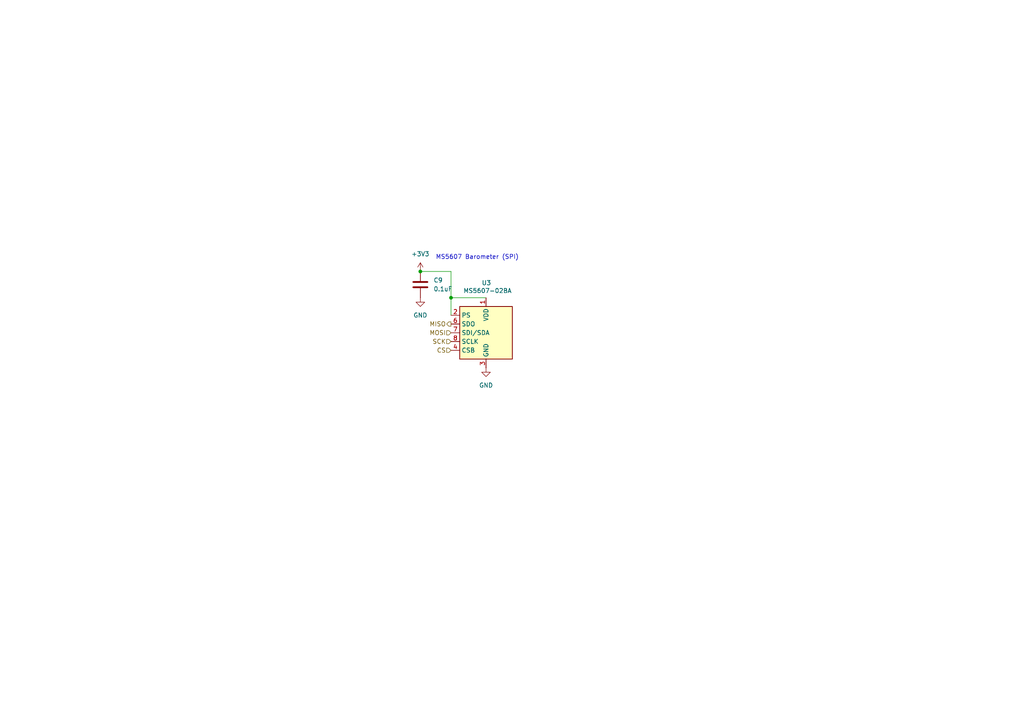
<source format=kicad_sch>
(kicad_sch (version 20231120) (generator "eeschema") (generator_version "8.0")
  (paper "A4")
  (lib_symbols
    (symbol "Device:C" (pin_numbers hide) (pin_names (offset 0.254))
      (property "Reference" "C" (at 0.635 2.54 0))
      (property "Value" "C" (at 0.635 -2.54 0))
      (symbol "C_0_1"
        (polyline (pts (xy -2.032 -0.762) (xy 2.032 -0.762)) (stroke (width 0.508)))
        (polyline (pts (xy -2.032 0.762) (xy 2.032 0.762)) (stroke (width 0.508)))
      )
      (symbol "C_1_1"
        (pin passive line (at 0 3.81 270) (length 2.794) (name "~") (number "1"))
        (pin passive line (at 0 -3.81 90) (length 2.794) (name "~") (number "2"))
      )
    )
    (symbol "Sensor_Pressure:MS5607-02BA"
      (property "Reference" "U" (at -6.35 8.89 0))
      (property "Value" "MS5607-02BA" (at 7.62 8.89 0))
      (symbol "MS5607-02BA_0_1"
        (rectangle (start -7.62 7.62) (end 7.62 -7.62) (stroke (width 0.254)) (fill (type background)))
      )
      (symbol "MS5607-02BA_1_1"
        (pin power_in line (at 0 10.16 270) (length 2.54) (name "VDD") (number "1"))
        (pin input line (at -10.16 5.08 0) (length 2.54) (name "PS") (number "2"))
        (pin power_in line (at 0 -10.16 90) (length 2.54) (name "GND") (number "3"))
        (pin input line (at -10.16 -5.08 0) (length 2.54) (name "CSB") (number "4"))
        (pin input line (at -10.16 -5.08 0) (length 2.54) hide (name "CSB") (number "5"))
        (pin output line (at -10.16 2.54 0) (length 2.54) (name "SDO") (number "6"))
        (pin bidirectional line (at -10.16 0 0) (length 2.54) (name "SDI/SDA") (number "7"))
        (pin input line (at -10.16 -2.54 0) (length 2.54) (name "SCLK") (number "8"))
      )
    )
    (symbol "power:+3V3" (power) (pin_numbers hide) (pin_names (offset 0) hide)
      (property "Value" "+3V3" (at 0 3.556 0))
      (symbol "+3V3_0_1"
        (polyline (pts (xy -0.762 1.27) (xy 0 2.54)))
        (polyline (pts (xy 0 0) (xy 0 2.54)))
        (polyline (pts (xy 0 2.54) (xy 0.762 1.27)))
      )
      (symbol "+3V3_1_1"
        (pin power_in line (at 0 0 90) (length 0) (name "~") (number "1"))
      )
    )
    (symbol "power:GND" (power) (pin_numbers hide) (pin_names (offset 0) hide)
      (property "Value" "GND" (at 0 -3.81 0))
      (symbol "GND_0_1"
        (polyline (pts (xy 0 0) (xy 0 -1.27) (xy 1.27 -1.27) (xy 0 -2.54) (xy -1.27 -1.27) (xy 0 -1.27)))
      )
      (symbol "GND_1_1"
        (pin power_in line (at 0 0 270) (length 0) (name "~") (number "1"))
      )
    )
  )
  (junction (at 130.81 86.36))
  (junction (at 121.92 78.74))
  (wire (pts (xy 130.81 86.36) (xy 130.81 91.44)))
  (wire (pts (xy 130.81 78.74) (xy 130.81 86.36)))
  (wire (pts (xy 130.81 86.36) (xy 140.97 86.36)))
  (wire (pts (xy 121.92 78.74) (xy 130.81 78.74)))
  (text "MS5607 Barometer (SPI)" (at 138.43 74.676 0) (effects (font (size 1.27 1.27))))
  (hierarchical_label "CS" (shape input) (at 130.81 101.6 180))
  (hierarchical_label "MISO" (shape output) (at 130.81 93.98 180))
  (hierarchical_label "SCK" (shape input) (at 130.81 99.06 180))
  (hierarchical_label "MOSI" (shape input) (at 130.81 96.52 180))
  (symbol (lib_id "power:GND") (at 140.97 106.68 0) (unit 1)
    (property "Reference" "#PWR024" (effects (hide yes)))
    (property "Value" "GND" (at 140.97 111.76 0))
    (property "Description" "Power symbol creates a global label with name \"GND\" , ground" (effects (hide yes)))
    (instances (project "Test Rocket Board" (path "" (reference "#PWR024") (unit 1)) (path "" (reference "#PWR027") (unit 1))))
  )
  (symbol (lib_id "power:+3V3") (at 121.92 78.74 0) (unit 1)
    (property "Reference" "#PWR022" (effects (hide yes)))
    (property "Value" "+3V3" (at 121.92 73.66 0))
    (property "Description" "Power symbol creates a global label with name \"+3V3\"" (effects (hide yes)))
    (instances (project "Test Rocket Board" (path "" (reference "#PWR022") (unit 1)) (path "" (reference "#PWR025") (unit 1))))
  )
  (symbol (lib_id "Device:C") (at 121.92 82.55 0) (unit 1)
    (property "Reference" "C9" (at 125.73 81.2799 0) (effects (justify left)))
    (property "Value" "0.1uF" (at 125.73 83.8199 0) (effects (justify left)))
    (property "Footprint" "Capacitor_SMD:C_0603_1608Metric" (effects (hide yes)))
    (property "Description" "Unpolarized capacitor" (effects (hide yes)))
    (instances (project "Test Rocket Board" (path "" (reference "C9") (unit 1)) (path "" (reference "C10") (unit 1))))
  )
  (symbol (lib_id "Sensor_Pressure:MS5607-02BA") (at 140.97 96.52 0) (unit 1)
    (property "Reference" "U3" (at 139.7 82.042 0) (effects (justify left)))
    (property "Value" "MS5607-02BA" (at 134.366 84.328 0) (effects (justify left)))
    (property "Footprint" "Package_LGA:LGA-8_3x5mm_P1.25mm" (effects (hide yes)))
    (property "Datasheet" "https://www.te.com/commerce/DocumentDelivery/DDEController?Action=showdoc&DocId=Data+Sheet%7FMS5607-02BA03%7FB2%7Fpdf%7FEnglish%7FENG_DS_MS5607-02BA03_B2.pdf%7FCAT-BLPS0035" (effects (hide yes)))
    (property "Description" "Barometric pressure sensor, 20cm resolution, 10 to 1200 mbar, I2C and SPI interface up to 20MHz, LGA-8" (effects (hide yes)))
    (instances (project "Test Rocket Board" (path "" (reference "U3") (unit 1)) (path "" (reference "U4") (unit 1))))
  )
  (symbol (lib_id "power:GND") (at 121.92 86.36 0) (unit 1)
    (property "Reference" "#PWR023" (effects (hide yes)))
    (property "Value" "GND" (at 121.92 91.44 0))
    (property "Description" "Power symbol creates a global label with name \"GND\" , ground" (effects (hide yes)))
    (instances (project "Test Rocket Board" (path "" (reference "#PWR023") (unit 1)) (path "" (reference "#PWR026") (unit 1))))
  )
)
</source>
